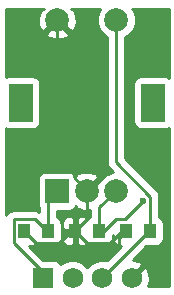
<source format=gbr>
G04 #@! TF.FileFunction,Copper,L1,Top,Signal*
%FSLAX46Y46*%
G04 Gerber Fmt 4.6, Leading zero omitted, Abs format (unit mm)*
G04 Created by KiCad (PCBNEW 4.0.6) date Tue Sep 25 18:00:22 2018*
%MOMM*%
%LPD*%
G01*
G04 APERTURE LIST*
%ADD10C,0.100000*%
%ADD11C,2.000000*%
%ADD12R,2.000000X3.200000*%
%ADD13R,2.000000X2.000000*%
%ADD14R,1.000000X1.250000*%
%ADD15R,1.750000X1.750000*%
%ADD16C,1.750000*%
%ADD17C,0.600000*%
%ADD18C,0.250000*%
%ADD19C,0.254000*%
G04 APERTURE END LIST*
D10*
D11*
X158924000Y-96675800D03*
X153924000Y-96675800D03*
D12*
X162024000Y-103675800D03*
X150824000Y-103675800D03*
D11*
X158924000Y-111175800D03*
X156424000Y-111175800D03*
D13*
X153924000Y-111175800D03*
D14*
X161782000Y-114554000D03*
X159782000Y-114554000D03*
X157464000Y-114554000D03*
X155464000Y-114554000D03*
X153146000Y-114554000D03*
X151146000Y-114554000D03*
D15*
X152717500Y-118491000D03*
D16*
X155217500Y-118491000D03*
X157717500Y-118491000D03*
X160217500Y-118491000D03*
D17*
X161163000Y-112014000D03*
X156718000Y-117221000D03*
D18*
X157464000Y-114554000D02*
X157861000Y-114554000D01*
X157861000Y-114554000D02*
X158877000Y-113538000D01*
X158877000Y-113538000D02*
X159639000Y-113538000D01*
X159639000Y-113538000D02*
X161163000Y-112014000D01*
X158924000Y-111175800D02*
X158877000Y-111125000D01*
X158877000Y-111125000D02*
X157480000Y-112522000D01*
X157480000Y-112522000D02*
X157480000Y-114554000D01*
X157480000Y-114554000D02*
X157464000Y-114554000D01*
X153924000Y-111175800D02*
X153924000Y-111125000D01*
X153924000Y-111125000D02*
X153162000Y-111887000D01*
X153162000Y-111887000D02*
X153162000Y-114554000D01*
X153162000Y-114554000D02*
X153146000Y-114554000D01*
X153146000Y-114554000D02*
X153035000Y-114554000D01*
X153035000Y-114554000D02*
X152019000Y-113538000D01*
X152019000Y-113538000D02*
X150241000Y-113538000D01*
X150241000Y-113538000D02*
X150241000Y-115570000D01*
X150241000Y-115570000D02*
X152781000Y-118110000D01*
X152781000Y-118110000D02*
X152781000Y-118491000D01*
X152781000Y-118491000D02*
X152717500Y-118491000D01*
X161782000Y-114554000D02*
X161798000Y-114554000D01*
X161798000Y-114554000D02*
X161798000Y-111633000D01*
X161798000Y-111633000D02*
X158877000Y-108712000D01*
X158877000Y-108712000D02*
X158877000Y-96647000D01*
X158877000Y-96647000D02*
X158924000Y-96675800D01*
X157717500Y-118491000D02*
X157734000Y-118491000D01*
X157734000Y-118491000D02*
X161671000Y-114554000D01*
X161671000Y-114554000D02*
X161782000Y-114554000D01*
X156424000Y-111175800D02*
X156464000Y-111125000D01*
X156464000Y-111125000D02*
X155321000Y-109982000D01*
X155321000Y-109982000D02*
X155321000Y-109728000D01*
X155321000Y-109728000D02*
X153924000Y-108331000D01*
X153924000Y-108331000D02*
X153924000Y-96675800D01*
X155464000Y-114554000D02*
X155448000Y-114554000D01*
X155448000Y-114554000D02*
X156464000Y-113538000D01*
X156464000Y-113538000D02*
X156464000Y-111125000D01*
X156464000Y-111125000D02*
X156424000Y-111175800D01*
X159782000Y-114554000D02*
X159766000Y-114554000D01*
X159766000Y-114554000D02*
X159131000Y-115189000D01*
X159131000Y-115189000D02*
X159131000Y-115697000D01*
X159131000Y-115697000D02*
X158877000Y-115951000D01*
X158877000Y-115951000D02*
X158877000Y-116078000D01*
X158877000Y-116078000D02*
X158750000Y-116078000D01*
X158750000Y-116078000D02*
X158623000Y-116205000D01*
X158623000Y-116205000D02*
X157734000Y-116205000D01*
X157734000Y-116205000D02*
X156718000Y-117221000D01*
X159782000Y-114554000D02*
X159385000Y-114554000D01*
X159385000Y-114554000D02*
X158369000Y-115570000D01*
X158369000Y-115570000D02*
X156464000Y-115570000D01*
X156464000Y-115570000D02*
X155448000Y-114554000D01*
X155448000Y-114554000D02*
X155464000Y-114554000D01*
X155464000Y-114554000D02*
X155067000Y-114554000D01*
X155067000Y-114554000D02*
X154051000Y-115570000D01*
X154051000Y-115570000D02*
X152146000Y-115570000D01*
X152146000Y-115570000D02*
X151130000Y-114554000D01*
X151130000Y-114554000D02*
X151146000Y-114554000D01*
D19*
G36*
X163374000Y-101546405D02*
X163275890Y-101479369D01*
X163024000Y-101428360D01*
X161024000Y-101428360D01*
X160788683Y-101472638D01*
X160572559Y-101611710D01*
X160427569Y-101823910D01*
X160376560Y-102075800D01*
X160376560Y-105275800D01*
X160420838Y-105511117D01*
X160559910Y-105727241D01*
X160772110Y-105872231D01*
X161024000Y-105923240D01*
X163024000Y-105923240D01*
X163259317Y-105878962D01*
X163374000Y-105805166D01*
X163374000Y-119178000D01*
X161574300Y-119178000D01*
X161739090Y-118725694D01*
X161713079Y-118125542D01*
X161533453Y-117691884D01*
X161279560Y-117608545D01*
X160397105Y-118491000D01*
X160411248Y-118505143D01*
X160231643Y-118684748D01*
X160217500Y-118670605D01*
X160203358Y-118684748D01*
X160023753Y-118505143D01*
X160037895Y-118491000D01*
X160023753Y-118476858D01*
X160203358Y-118297253D01*
X160217500Y-118311395D01*
X161099955Y-117428940D01*
X161016616Y-117175047D01*
X160452194Y-116969410D01*
X160324874Y-116974928D01*
X161473362Y-115826440D01*
X162282000Y-115826440D01*
X162517317Y-115782162D01*
X162733441Y-115643090D01*
X162878431Y-115430890D01*
X162929440Y-115179000D01*
X162929440Y-113929000D01*
X162885162Y-113693683D01*
X162746090Y-113477559D01*
X162558000Y-113349043D01*
X162558000Y-111633000D01*
X162500148Y-111342161D01*
X162335401Y-111095599D01*
X159637000Y-108397198D01*
X159637000Y-98150267D01*
X159848943Y-98062694D01*
X160309278Y-97603163D01*
X160558716Y-97002448D01*
X160559284Y-96352005D01*
X160310894Y-95750857D01*
X160266115Y-95706000D01*
X163374000Y-95706000D01*
X163374000Y-101546405D01*
X163374000Y-101546405D01*
G37*
X163374000Y-101546405D02*
X163275890Y-101479369D01*
X163024000Y-101428360D01*
X161024000Y-101428360D01*
X160788683Y-101472638D01*
X160572559Y-101611710D01*
X160427569Y-101823910D01*
X160376560Y-102075800D01*
X160376560Y-105275800D01*
X160420838Y-105511117D01*
X160559910Y-105727241D01*
X160772110Y-105872231D01*
X161024000Y-105923240D01*
X163024000Y-105923240D01*
X163259317Y-105878962D01*
X163374000Y-105805166D01*
X163374000Y-119178000D01*
X161574300Y-119178000D01*
X161739090Y-118725694D01*
X161713079Y-118125542D01*
X161533453Y-117691884D01*
X161279560Y-117608545D01*
X160397105Y-118491000D01*
X160411248Y-118505143D01*
X160231643Y-118684748D01*
X160217500Y-118670605D01*
X160203358Y-118684748D01*
X160023753Y-118505143D01*
X160037895Y-118491000D01*
X160023753Y-118476858D01*
X160203358Y-118297253D01*
X160217500Y-118311395D01*
X161099955Y-117428940D01*
X161016616Y-117175047D01*
X160452194Y-116969410D01*
X160324874Y-116974928D01*
X161473362Y-115826440D01*
X162282000Y-115826440D01*
X162517317Y-115782162D01*
X162733441Y-115643090D01*
X162878431Y-115430890D01*
X162929440Y-115179000D01*
X162929440Y-113929000D01*
X162885162Y-113693683D01*
X162746090Y-113477559D01*
X162558000Y-113349043D01*
X162558000Y-111633000D01*
X162500148Y-111342161D01*
X162335401Y-111095599D01*
X159637000Y-108397198D01*
X159637000Y-98150267D01*
X159848943Y-98062694D01*
X160309278Y-97603163D01*
X160558716Y-97002448D01*
X160559284Y-96352005D01*
X160310894Y-95750857D01*
X160266115Y-95706000D01*
X163374000Y-95706000D01*
X163374000Y-101546405D01*
G36*
X155549736Y-112595187D02*
X156159461Y-112821708D01*
X156720000Y-112800966D01*
X156720000Y-113331425D01*
X156512559Y-113464910D01*
X156466031Y-113533006D01*
X156323698Y-113390673D01*
X156090309Y-113294000D01*
X155749750Y-113294000D01*
X155591000Y-113452750D01*
X155591000Y-114427000D01*
X155611000Y-114427000D01*
X155611000Y-114681000D01*
X155591000Y-114681000D01*
X155591000Y-115655250D01*
X155749750Y-115814000D01*
X156090309Y-115814000D01*
X156323698Y-115717327D01*
X156464936Y-115576090D01*
X156499910Y-115630441D01*
X156712110Y-115775431D01*
X156964000Y-115826440D01*
X157964000Y-115826440D01*
X158199317Y-115782162D01*
X158415441Y-115643090D01*
X158560431Y-115430890D01*
X158611440Y-115179000D01*
X158611440Y-114878362D01*
X158647000Y-114842802D01*
X158647000Y-115305310D01*
X158743673Y-115538699D01*
X158922302Y-115717327D01*
X159155691Y-115814000D01*
X159336198Y-115814000D01*
X158124996Y-117025202D01*
X158019175Y-116981262D01*
X157418460Y-116980738D01*
X156863271Y-117210138D01*
X156467182Y-117605536D01*
X156073963Y-117211630D01*
X155519175Y-116981262D01*
X154918460Y-116980738D01*
X154363271Y-117210138D01*
X154194397Y-117378717D01*
X154056590Y-117164559D01*
X153844390Y-117019569D01*
X153592500Y-116968560D01*
X152714362Y-116968560D01*
X151559802Y-115814000D01*
X151772309Y-115814000D01*
X152005698Y-115717327D01*
X152146936Y-115576090D01*
X152181910Y-115630441D01*
X152394110Y-115775431D01*
X152646000Y-115826440D01*
X153646000Y-115826440D01*
X153881317Y-115782162D01*
X154097441Y-115643090D01*
X154242431Y-115430890D01*
X154293440Y-115179000D01*
X154293440Y-114839750D01*
X154329000Y-114839750D01*
X154329000Y-115305310D01*
X154425673Y-115538699D01*
X154604302Y-115717327D01*
X154837691Y-115814000D01*
X155178250Y-115814000D01*
X155337000Y-115655250D01*
X155337000Y-114681000D01*
X154487750Y-114681000D01*
X154329000Y-114839750D01*
X154293440Y-114839750D01*
X154293440Y-113929000D01*
X154269674Y-113802690D01*
X154329000Y-113802690D01*
X154329000Y-114268250D01*
X154487750Y-114427000D01*
X155337000Y-114427000D01*
X155337000Y-113452750D01*
X155178250Y-113294000D01*
X154837691Y-113294000D01*
X154604302Y-113390673D01*
X154425673Y-113569301D01*
X154329000Y-113802690D01*
X154269674Y-113802690D01*
X154249162Y-113693683D01*
X154110090Y-113477559D01*
X153922000Y-113349043D01*
X153922000Y-112823240D01*
X154924000Y-112823240D01*
X155159317Y-112778962D01*
X155375441Y-112639890D01*
X155499263Y-112458671D01*
X155549736Y-112595187D01*
X155549736Y-112595187D01*
G37*
X155549736Y-112595187D02*
X156159461Y-112821708D01*
X156720000Y-112800966D01*
X156720000Y-113331425D01*
X156512559Y-113464910D01*
X156466031Y-113533006D01*
X156323698Y-113390673D01*
X156090309Y-113294000D01*
X155749750Y-113294000D01*
X155591000Y-113452750D01*
X155591000Y-114427000D01*
X155611000Y-114427000D01*
X155611000Y-114681000D01*
X155591000Y-114681000D01*
X155591000Y-115655250D01*
X155749750Y-115814000D01*
X156090309Y-115814000D01*
X156323698Y-115717327D01*
X156464936Y-115576090D01*
X156499910Y-115630441D01*
X156712110Y-115775431D01*
X156964000Y-115826440D01*
X157964000Y-115826440D01*
X158199317Y-115782162D01*
X158415441Y-115643090D01*
X158560431Y-115430890D01*
X158611440Y-115179000D01*
X158611440Y-114878362D01*
X158647000Y-114842802D01*
X158647000Y-115305310D01*
X158743673Y-115538699D01*
X158922302Y-115717327D01*
X159155691Y-115814000D01*
X159336198Y-115814000D01*
X158124996Y-117025202D01*
X158019175Y-116981262D01*
X157418460Y-116980738D01*
X156863271Y-117210138D01*
X156467182Y-117605536D01*
X156073963Y-117211630D01*
X155519175Y-116981262D01*
X154918460Y-116980738D01*
X154363271Y-117210138D01*
X154194397Y-117378717D01*
X154056590Y-117164559D01*
X153844390Y-117019569D01*
X153592500Y-116968560D01*
X152714362Y-116968560D01*
X151559802Y-115814000D01*
X151772309Y-115814000D01*
X152005698Y-115717327D01*
X152146936Y-115576090D01*
X152181910Y-115630441D01*
X152394110Y-115775431D01*
X152646000Y-115826440D01*
X153646000Y-115826440D01*
X153881317Y-115782162D01*
X154097441Y-115643090D01*
X154242431Y-115430890D01*
X154293440Y-115179000D01*
X154293440Y-114839750D01*
X154329000Y-114839750D01*
X154329000Y-115305310D01*
X154425673Y-115538699D01*
X154604302Y-115717327D01*
X154837691Y-115814000D01*
X155178250Y-115814000D01*
X155337000Y-115655250D01*
X155337000Y-114681000D01*
X154487750Y-114681000D01*
X154329000Y-114839750D01*
X154293440Y-114839750D01*
X154293440Y-113929000D01*
X154269674Y-113802690D01*
X154329000Y-113802690D01*
X154329000Y-114268250D01*
X154487750Y-114427000D01*
X155337000Y-114427000D01*
X155337000Y-113452750D01*
X155178250Y-113294000D01*
X154837691Y-113294000D01*
X154604302Y-113390673D01*
X154425673Y-113569301D01*
X154329000Y-113802690D01*
X154269674Y-113802690D01*
X154249162Y-113693683D01*
X154110090Y-113477559D01*
X153922000Y-113349043D01*
X153922000Y-112823240D01*
X154924000Y-112823240D01*
X155159317Y-112778962D01*
X155375441Y-112639890D01*
X155499263Y-112458671D01*
X155549736Y-112595187D01*
G36*
X159909000Y-114427000D02*
X159929000Y-114427000D01*
X159929000Y-114681000D01*
X159909000Y-114681000D01*
X159909000Y-114701000D01*
X159655000Y-114701000D01*
X159655000Y-114681000D01*
X159635000Y-114681000D01*
X159635000Y-114427000D01*
X159655000Y-114427000D01*
X159655000Y-114407000D01*
X159909000Y-114407000D01*
X159909000Y-114427000D01*
X159909000Y-114427000D01*
G37*
X159909000Y-114427000D02*
X159929000Y-114427000D01*
X159929000Y-114681000D01*
X159909000Y-114681000D01*
X159909000Y-114701000D01*
X159655000Y-114701000D01*
X159655000Y-114681000D01*
X159635000Y-114681000D01*
X159635000Y-114427000D01*
X159655000Y-114427000D01*
X159655000Y-114407000D01*
X159909000Y-114407000D01*
X159909000Y-114427000D01*
G36*
X151273000Y-114427000D02*
X151293000Y-114427000D01*
X151293000Y-114681000D01*
X151273000Y-114681000D01*
X151273000Y-114701000D01*
X151019000Y-114701000D01*
X151019000Y-114681000D01*
X151001000Y-114681000D01*
X151001000Y-114427000D01*
X151019000Y-114427000D01*
X151019000Y-114407000D01*
X151273000Y-114407000D01*
X151273000Y-114427000D01*
X151273000Y-114427000D01*
G37*
X151273000Y-114427000D02*
X151293000Y-114427000D01*
X151293000Y-114681000D01*
X151273000Y-114681000D01*
X151273000Y-114701000D01*
X151019000Y-114701000D01*
X151019000Y-114681000D01*
X151001000Y-114681000D01*
X151001000Y-114427000D01*
X151019000Y-114427000D01*
X151019000Y-114407000D01*
X151273000Y-114407000D01*
X151273000Y-114427000D01*
G36*
X152504613Y-95801536D02*
X152278092Y-96411261D01*
X152302144Y-97061260D01*
X152504613Y-97550064D01*
X152771468Y-97648727D01*
X153744395Y-96675800D01*
X153730253Y-96661658D01*
X153909858Y-96482053D01*
X153924000Y-96496195D01*
X153938143Y-96482053D01*
X154117748Y-96661658D01*
X154103605Y-96675800D01*
X155076532Y-97648727D01*
X155343387Y-97550064D01*
X155569908Y-96940339D01*
X155545856Y-96290340D01*
X155343387Y-95801536D01*
X155084990Y-95706000D01*
X157581233Y-95706000D01*
X157538722Y-95748437D01*
X157289284Y-96349152D01*
X157288716Y-96999595D01*
X157537106Y-97600743D01*
X157996637Y-98061078D01*
X158117000Y-98111057D01*
X158117000Y-108712000D01*
X158174852Y-109002839D01*
X158339599Y-109249401D01*
X158630741Y-109540543D01*
X158600205Y-109540516D01*
X157999057Y-109788906D01*
X157582248Y-110204987D01*
X157576532Y-110202873D01*
X156603605Y-111175800D01*
X156617748Y-111189943D01*
X156438143Y-111369548D01*
X156424000Y-111355405D01*
X156409858Y-111369548D01*
X156230253Y-111189943D01*
X156244395Y-111175800D01*
X156230253Y-111161658D01*
X156409858Y-110982053D01*
X156424000Y-110996195D01*
X157396927Y-110023268D01*
X157298264Y-109756413D01*
X156688539Y-109529892D01*
X156038540Y-109553944D01*
X155549736Y-109756413D01*
X155498277Y-109895595D01*
X155388090Y-109724359D01*
X155175890Y-109579369D01*
X154924000Y-109528360D01*
X152924000Y-109528360D01*
X152688683Y-109572638D01*
X152472559Y-109711710D01*
X152327569Y-109923910D01*
X152276560Y-110175800D01*
X152276560Y-112175800D01*
X152320838Y-112411117D01*
X152402000Y-112537246D01*
X152402000Y-112897432D01*
X152309839Y-112835852D01*
X152019000Y-112778000D01*
X150241000Y-112778000D01*
X149950161Y-112835852D01*
X149703599Y-113000599D01*
X149554000Y-113224490D01*
X149554000Y-105859857D01*
X149572110Y-105872231D01*
X149824000Y-105923240D01*
X151824000Y-105923240D01*
X152059317Y-105878962D01*
X152275441Y-105739890D01*
X152420431Y-105527690D01*
X152471440Y-105275800D01*
X152471440Y-102075800D01*
X152427162Y-101840483D01*
X152288090Y-101624359D01*
X152075890Y-101479369D01*
X151824000Y-101428360D01*
X149824000Y-101428360D01*
X149588683Y-101472638D01*
X149554000Y-101494956D01*
X149554000Y-97828332D01*
X152951073Y-97828332D01*
X153049736Y-98095187D01*
X153659461Y-98321708D01*
X154309460Y-98297656D01*
X154798264Y-98095187D01*
X154896927Y-97828332D01*
X153924000Y-96855405D01*
X152951073Y-97828332D01*
X149554000Y-97828332D01*
X149554000Y-95706000D01*
X152763010Y-95706000D01*
X152504613Y-95801536D01*
X152504613Y-95801536D01*
G37*
X152504613Y-95801536D02*
X152278092Y-96411261D01*
X152302144Y-97061260D01*
X152504613Y-97550064D01*
X152771468Y-97648727D01*
X153744395Y-96675800D01*
X153730253Y-96661658D01*
X153909858Y-96482053D01*
X153924000Y-96496195D01*
X153938143Y-96482053D01*
X154117748Y-96661658D01*
X154103605Y-96675800D01*
X155076532Y-97648727D01*
X155343387Y-97550064D01*
X155569908Y-96940339D01*
X155545856Y-96290340D01*
X155343387Y-95801536D01*
X155084990Y-95706000D01*
X157581233Y-95706000D01*
X157538722Y-95748437D01*
X157289284Y-96349152D01*
X157288716Y-96999595D01*
X157537106Y-97600743D01*
X157996637Y-98061078D01*
X158117000Y-98111057D01*
X158117000Y-108712000D01*
X158174852Y-109002839D01*
X158339599Y-109249401D01*
X158630741Y-109540543D01*
X158600205Y-109540516D01*
X157999057Y-109788906D01*
X157582248Y-110204987D01*
X157576532Y-110202873D01*
X156603605Y-111175800D01*
X156617748Y-111189943D01*
X156438143Y-111369548D01*
X156424000Y-111355405D01*
X156409858Y-111369548D01*
X156230253Y-111189943D01*
X156244395Y-111175800D01*
X156230253Y-111161658D01*
X156409858Y-110982053D01*
X156424000Y-110996195D01*
X157396927Y-110023268D01*
X157298264Y-109756413D01*
X156688539Y-109529892D01*
X156038540Y-109553944D01*
X155549736Y-109756413D01*
X155498277Y-109895595D01*
X155388090Y-109724359D01*
X155175890Y-109579369D01*
X154924000Y-109528360D01*
X152924000Y-109528360D01*
X152688683Y-109572638D01*
X152472559Y-109711710D01*
X152327569Y-109923910D01*
X152276560Y-110175800D01*
X152276560Y-112175800D01*
X152320838Y-112411117D01*
X152402000Y-112537246D01*
X152402000Y-112897432D01*
X152309839Y-112835852D01*
X152019000Y-112778000D01*
X150241000Y-112778000D01*
X149950161Y-112835852D01*
X149703599Y-113000599D01*
X149554000Y-113224490D01*
X149554000Y-105859857D01*
X149572110Y-105872231D01*
X149824000Y-105923240D01*
X151824000Y-105923240D01*
X152059317Y-105878962D01*
X152275441Y-105739890D01*
X152420431Y-105527690D01*
X152471440Y-105275800D01*
X152471440Y-102075800D01*
X152427162Y-101840483D01*
X152288090Y-101624359D01*
X152075890Y-101479369D01*
X151824000Y-101428360D01*
X149824000Y-101428360D01*
X149588683Y-101472638D01*
X149554000Y-101494956D01*
X149554000Y-97828332D01*
X152951073Y-97828332D01*
X153049736Y-98095187D01*
X153659461Y-98321708D01*
X154309460Y-98297656D01*
X154798264Y-98095187D01*
X154896927Y-97828332D01*
X153924000Y-96855405D01*
X152951073Y-97828332D01*
X149554000Y-97828332D01*
X149554000Y-95706000D01*
X152763010Y-95706000D01*
X152504613Y-95801536D01*
M02*

</source>
